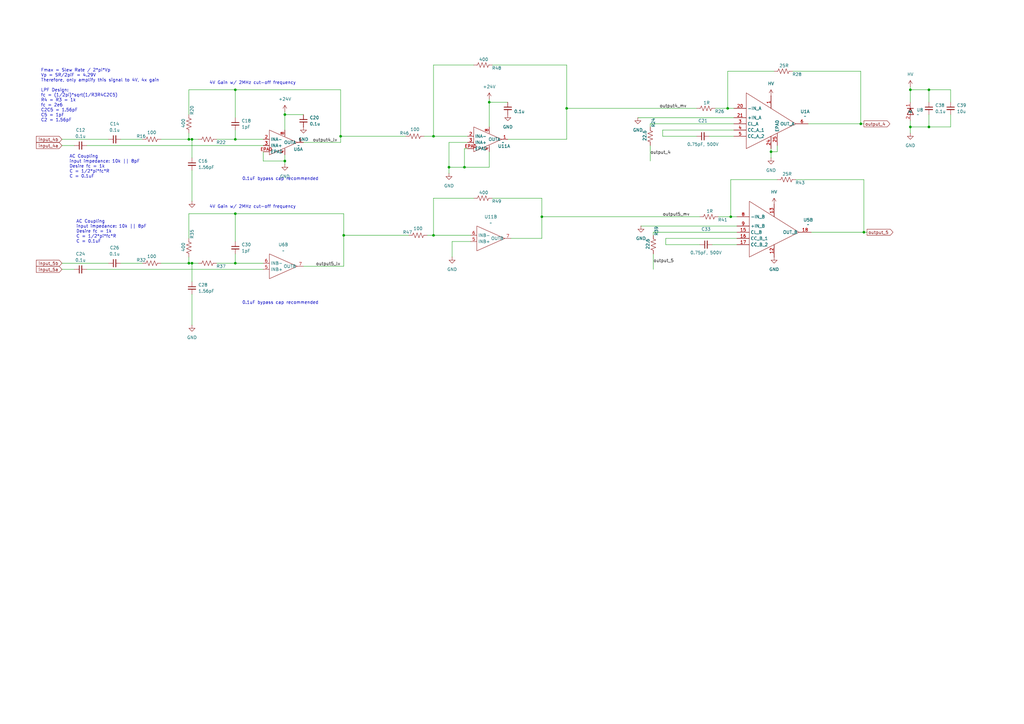
<source format=kicad_sch>
(kicad_sch (version 20231120) (generator "eeschema") (generator_version "8.0")
  (paper "A3")
  (lib_symbols
    (symbol "Device:C_Small" (pin_numbers hide) (pin_names (offset 0.254) hide)
      (property "Reference" "C" (at 0.254 1.778 0))
      (property "Value" "C_Small" (at 0.254 -2.032 0))
      (symbol "C_Small_0_1"
        (polyline (pts (xy -1.524 -0.508) (xy 1.524 -0.508)) (stroke (width 0.3302)))
        (polyline (pts (xy -1.524 0.508) (xy 1.524 0.508)) (stroke (width 0.3048)))
      )
      (symbol "C_Small_1_1"
        (pin passive line (at 0 2.54 270) (length 2.032) (name "~") (number "1"))
        (pin passive line (at 0 -2.54 90) (length 2.032) (name "~") (number "2"))
      )
    )
    (symbol "Device:R_US" (pin_numbers hide) (pin_names (offset 0))
      (property "Reference" "R" (at 2.54 0 90))
      (property "Value" "R_US" (at -2.54 0 90))
      (symbol "R_US_0_1"
        (polyline (pts (xy 0 -2.286) (xy 0 -2.54)))
        (polyline (pts (xy 0 2.286) (xy 0 2.54)))
        (polyline (pts (xy 0 -0.762) (xy 1.016 -1.143) (xy 0 -1.524) (xy -1.016 -1.905) (xy 0 -2.286)))
        (polyline (pts (xy 0 0.762) (xy 1.016 0.381) (xy 0 0) (xy -1.016 -0.381) (xy 0 -0.762)))
        (polyline (pts (xy 0 2.286) (xy 1.016 1.905) (xy 0 1.524) (xy -1.016 1.143) (xy 0 0.762)))
      )
      (symbol "R_US_1_1"
        (pin passive line (at 0 3.81 270) (length 1.27) (name "~") (number "1"))
        (pin passive line (at 0 -3.81 90) (length 1.27) (name "~") (number "2"))
      )
    )
    (symbol "_PHASE:OPA221A_2UNITS"
      (property "Reference" "U" (at -1.016 -1.524 0))
      (symbol "OPA221A_2UNITS_1_1"
        (polyline (pts (xy 0 0) (xy 0 10.16) (xy 11.43 5.08) (xy 0 0)))
        (pin input line (at 13.97 5.08 180) (length 2.54) (name "OUTA") (number "1"))
        (pin input line (at -2.54 6.35 0) (length 2.54) (name "INA-") (number "2"))
        (pin input line (at -2.54 3.81 0) (length 2.54) (name "INA+") (number "3"))
        (pin power_in line (at 6.35 0 90) (length 2.54) (name "") (number "4"))
        (pin power_in line (at 6.35 10.16 270) (length 2.54) (name "") (number "8"))
        (pin power_in line (at -2.54 1.27 0) (length 2.54) (name "EPAD") (number "EPAD"))
      )
      (symbol "OPA221A_2UNITS_2_1"
        (polyline (pts (xy 0 0) (xy 0 10.16) (xy 11.43 5.08) (xy 0 0)))
        (pin input line (at -2.54 3.81 0) (length 2.54) (name "INB+") (number "5"))
        (pin input line (at -2.54 6.35 0) (length 2.54) (name "INB-") (number "6"))
        (pin input line (at 13.97 5.08 180) (length 2.54) (name "OUTB") (number "7"))
      )
    )
    (symbol "_PHASE:PA343"
      (property "Reference" "U" (at 0 0 0))
      (symbol "PA343_1_1"
        (polyline (pts (xy 0 -3.81) (xy 0 19.05) (xy 20.32 6.35) (xy 0 -3.81)))
        (pin passive line (at 10.16 17.78 270) (length 5.08) (name "") (number "1"))
        (pin passive line (at -5.08 -1.27 0) (length 5.08) hide (name "NC_3") (number "10"))
        (pin passive line (at -5.08 -1.27 0) (length 5.08) hide (name "NC_4") (number "11"))
        (pin passive line (at -5.08 -1.27 0) (length 5.08) hide (name "NC_5") (number "14"))
        (pin passive line (at -5.08 -1.27 0) (length 5.08) hide (name "NC_6") (number "19"))
        (pin passive line (at -5.08 -1.27 0) (length 5.08) hide (name "NC_1") (number "2"))
        (pin passive line (at -5.08 12.7 0) (length 5.08) (name "-IN_A") (number "20"))
        (pin passive line (at -5.08 8.89 0) (length 5.08) (name "+IN_A") (number "21"))
        (pin passive line (at -5.08 -1.27 0) (length 5.08) hide (name "NC_7") (number "22"))
        (pin passive line (at -5.08 -1.27 0) (length 5.08) hide (name "NC_8") (number "23"))
        (pin passive line (at 10.16 -3.81 90) (length 5.08) (name "") (number "24"))
        (pin passive line (at 12.7 -2.54 90) (length 5.08) (name "EPAD") (number "25"))
        (pin passive line (at 12.7 -2.54 90) (length 5.08) hide (name "") (number "26"))
        (pin passive line (at 12.7 -2.54 90) (length 5.08) hide (name "") (number "27"))
        (pin passive line (at -5.08 6.35 0) (length 5.08) (name "CL_A") (number "3"))
        (pin passive line (at -5.08 3.81 0) (length 5.08) (name "CC_A_1") (number "4"))
        (pin passive line (at -5.08 1.27 0) (length 5.08) (name "CC_A_2") (number "5"))
        (pin passive line (at 25.4 6.35 180) (length 5.08) (name "OUT_A") (number "6"))
        (pin passive line (at -5.08 -1.27 0) (length 5.08) hide (name "NC_2") (number "7"))
      )
      (symbol "PA343_2_1"
        (polyline (pts (xy 0 3.81) (xy 0 26.67) (xy 20.32 13.97) (xy 0 3.81)))
        (pin passive line (at 10.16 3.81 90) (length 5.08) (name "") (number "12"))
        (pin passive line (at 10.16 25.4 270) (length 5.08) (name "") (number "13"))
        (pin passive line (at -5.08 13.97 0) (length 5.08) (name "CL_B") (number "15"))
        (pin passive line (at -5.08 11.43 0) (length 5.08) (name "CC_B_1") (number "16"))
        (pin passive line (at -5.08 8.89 0) (length 5.08) (name "CC_B_2") (number "17"))
        (pin passive line (at 25.4 13.97 180) (length 5.08) (name "OUT_B") (number "18"))
        (pin passive line (at -5.08 20.32 0) (length 5.08) (name "-IN_B") (number "8"))
        (pin passive line (at -5.08 16.51 0) (length 5.08) (name "+IN_B") (number "9"))
      )
    )
    (symbol "_PHASE:PA343_2Units"
      (property "Reference" "U" (at 0 0 0))
      (symbol "PA343_2Units_1_1"
        (polyline (pts (xy 0 -3.81) (xy 0 19.05) (xy 20.32 6.35) (xy 0 -3.81)))
        (pin passive line (at 10.16 17.78 270) (length 5.08) (name "") (number "1"))
        (pin passive line (at -5.08 -1.27 0) (length 5.08) hide (name "NC_3") (number "10"))
        (pin passive line (at -5.08 -1.27 0) (length 5.08) hide (name "NC_4") (number "11"))
        (pin passive line (at -5.08 -1.27 0) (length 5.08) hide (name "NC_5") (number "14"))
        (pin passive line (at -5.08 -1.27 0) (length 5.08) hide (name "NC_6") (number "19"))
        (pin passive line (at -5.08 -1.27 0) (length 5.08) hide (name "NC_1") (number "2"))
        (pin passive line (at -5.08 12.7 0) (length 5.08) (name "-IN_A") (number "20"))
        (pin passive line (at -5.08 8.89 0) (length 5.08) (name "+IN_A") (number "21"))
        (pin passive line (at -5.08 -1.27 0) (length 5.08) hide (name "NC_7") (number "22"))
        (pin passive line (at -5.08 -1.27 0) (length 5.08) hide (name "NC_8") (number "23"))
        (pin passive line (at 10.16 -3.81 90) (length 5.08) (name "") (number "24"))
        (pin passive line (at 12.7 -2.54 90) (length 5.08) (name "EPAD") (number "25"))
        (pin passive line (at 12.7 -2.54 90) (length 5.08) hide (name "") (number "26"))
        (pin passive line (at 12.7 -2.54 90) (length 5.08) hide (name "") (number "27"))
        (pin passive line (at -5.08 6.35 0) (length 5.08) (name "CL_A") (number "3"))
        (pin passive line (at -5.08 3.81 0) (length 5.08) (name "CC_A_1") (number "4"))
        (pin passive line (at -5.08 1.27 0) (length 5.08) (name "CC_A_2") (number "5"))
        (pin passive line (at 25.4 6.35 180) (length 5.08) (name "OUT_A") (number "6"))
        (pin passive line (at -5.08 -1.27 0) (length 5.08) hide (name "NC_2") (number "7"))
      )
      (symbol "PA343_2Units_2_1"
        (polyline (pts (xy 0 3.81) (xy 0 26.67) (xy 20.32 13.97) (xy 0 3.81)))
        (pin passive line (at 10.16 3.81 90) (length 5.08) (name "") (number "12"))
        (pin passive line (at 10.16 25.4 270) (length 5.08) (name "") (number "13"))
        (pin passive line (at -5.08 13.97 0) (length 5.08) (name "CL_B") (number "15"))
        (pin passive line (at -5.08 11.43 0) (length 5.08) (name "CC_B_1") (number "16"))
        (pin passive line (at -5.08 8.89 0) (length 5.08) (name "CC_B_2") (number "17"))
        (pin passive line (at 25.4 13.97 180) (length 5.08) (name "OUT_B") (number "18"))
        (pin passive line (at -5.08 20.32 0) (length 5.08) (name "-IN_B") (number "8"))
        (pin passive line (at -5.08 16.51 0) (length 5.08) (name "+IN_B") (number "9"))
      )
    )
    (symbol "_PHASE:SMCJ150A-13-F"
      (property "Reference" "U" (at 0 0 0))
      (symbol "SMCJ150A-13-F_0_1"
        (polyline (pts (xy 1.27 3.81) (xy 1.27 1.27)) (stroke (width 0.254)))
        (polyline (pts (xy 3.81 2.54) (xy 1.27 2.54)))
        (polyline (pts (xy 3.81 3.81) (xy 3.81 1.27) (xy 1.27 2.54) (xy 3.81 3.81)) (stroke (width 0.254)))
      )
      (symbol "SMCJ150A-13-F_1_1"
        (pin passive line (at -1.27 2.54 0) (length 2.54) (name "K") (number "1"))
        (pin passive line (at 6.35 2.54 180) (length 2.54) (name "A") (number "2"))
      )
    )
    (symbol "power:+12V" (power) (pin_numbers hide) (pin_names (offset 0) hide)
      (property "Value" "+12V" (at 0 3.556 0))
      (symbol "+12V_0_1"
        (polyline (pts (xy -0.762 1.27) (xy 0 2.54)))
        (polyline (pts (xy 0 0) (xy 0 2.54)))
        (polyline (pts (xy 0 2.54) (xy 0.762 1.27)))
      )
      (symbol "+12V_1_1"
        (pin power_in line (at 0 0 90) (length 0) (name "~") (number "1"))
      )
    )
    (symbol "power:+24V" (power) (pin_numbers hide) (pin_names (offset 0) hide)
      (property "Value" "+24V" (at 0 3.556 0))
      (symbol "+24V_0_1"
        (polyline (pts (xy -0.762 1.27) (xy 0 2.54)))
        (polyline (pts (xy 0 0) (xy 0 2.54)))
        (polyline (pts (xy 0 2.54) (xy 0.762 1.27)))
      )
      (symbol "+24V_1_1"
        (pin power_in line (at 0 0 90) (length 0) (name "~") (number "1"))
      )
    )
    (symbol "power:GND" (power) (pin_numbers hide) (pin_names (offset 0) hide)
      (property "Value" "GND" (at 0 -3.81 0))
      (symbol "GND_0_1"
        (polyline (pts (xy 0 0) (xy 0 -1.27) (xy 1.27 -1.27) (xy 0 -2.54) (xy -1.27 -1.27) (xy 0 -1.27)))
      )
      (symbol "GND_1_1"
        (pin power_in line (at 0 0 270) (length 0) (name "~") (number "1"))
      )
    )
  )
  (junction (at 222.25 88.9))
  (junction (at 78.74 107.95))
  (junction (at 353.06 50.8))
  (junction (at 299.72 88.9))
  (junction (at 78.74 57.15))
  (junction (at 190.5 68.58))
  (junction (at 177.8 96.52))
  (junction (at 139.7 55.88))
  (junction (at 381 36.83))
  (junction (at 298.45 44.45))
  (junction (at 96.52 107.95))
  (junction (at 373.38 36.83))
  (junction (at 116.84 66.04))
  (junction (at 77.47 107.95))
  (junction (at 96.52 57.15))
  (junction (at 96.52 36.83))
  (junction (at 77.47 57.15))
  (junction (at 232.41 44.45))
  (junction (at 381 52.07))
  (junction (at 96.52 87.63))
  (junction (at 200.66 41.91))
  (junction (at 116.84 46.99))
  (junction (at 373.38 52.07))
  (junction (at 184.15 68.58))
  (junction (at 177.8 55.88))
  (junction (at 354.33 95.25))
  (junction (at 140.97 96.52))
  (junction (at 316.23 62.23))
  (wire (pts (xy 77.47 36.83) (xy 96.52 36.83)))
  (wire (pts (xy 381 36.83) (xy 373.38 36.83)))
  (wire (pts (xy 232.41 44.45) (xy 232.41 57.15)))
  (wire (pts (xy 332.74 95.25) (xy 354.33 95.25)))
  (wire (pts (xy 77.47 87.63) (xy 77.47 97.79)))
  (wire (pts (xy 222.25 88.9) (xy 222.25 97.79)))
  (wire (pts (xy 193.04 96.52) (xy 177.8 96.52)))
  (wire (pts (xy 78.74 69.85) (xy 78.74 82.55)))
  (wire (pts (xy 66.04 107.95) (xy 77.47 107.95)))
  (wire (pts (xy 177.8 81.28) (xy 177.8 96.52)))
  (wire (pts (xy 294.64 88.9) (xy 299.72 88.9)))
  (wire (pts (xy 194.31 26.67) (xy 177.8 26.67)))
  (wire (pts (xy 190.5 60.96) (xy 190.5 68.58)))
  (wire (pts (xy 116.84 46.99) (xy 116.84 53.34)))
  (wire (pts (xy 116.84 45.72) (xy 116.84 46.99)))
  (wire (pts (xy 316.23 64.77) (xy 316.23 62.23)))
  (wire (pts (xy 317.5 29.21) (xy 298.45 29.21)))
  (wire (pts (xy 381 46.99) (xy 381 52.07)))
  (wire (pts (xy 353.06 50.8) (xy 354.33 50.8)))
  (wire (pts (xy 293.37 44.45) (xy 298.45 44.45)))
  (wire (pts (xy 177.8 96.52) (xy 175.26 96.52)))
  (wire (pts (xy 184.15 68.58) (xy 184.15 71.12)))
  (wire (pts (xy 209.55 97.79) (xy 222.25 97.79)))
  (wire (pts (xy 201.93 26.67) (xy 232.41 26.67)))
  (wire (pts (xy 389.89 36.83) (xy 381 36.83)))
  (wire (pts (xy 35.56 110.49) (xy 107.95 110.49)))
  (wire (pts (xy 78.74 107.95) (xy 78.74 115.57)))
  (wire (pts (xy 124.46 109.22) (xy 140.97 109.22)))
  (wire (pts (xy 96.52 87.63) (xy 96.52 99.06)))
  (wire (pts (xy 116.84 66.04) (xy 116.84 67.31)))
  (wire (pts (xy 190.5 68.58) (xy 200.66 68.58)))
  (wire (pts (xy 193.04 99.06) (xy 185.42 99.06)))
  (wire (pts (xy 316.23 62.23) (xy 316.23 60.96)))
  (wire (pts (xy 273.05 100.33) (xy 273.05 97.79)))
  (wire (pts (xy 184.15 68.58) (xy 190.5 68.58)))
  (wire (pts (xy 191.77 60.96) (xy 190.5 60.96)))
  (wire (pts (xy 266.7 50.8) (xy 266.7 52.07)))
  (wire (pts (xy 201.93 81.28) (xy 222.25 81.28)))
  (wire (pts (xy 373.38 52.07) (xy 373.38 54.61)))
  (wire (pts (xy 49.53 107.95) (xy 58.42 107.95)))
  (wire (pts (xy 77.47 87.63) (xy 96.52 87.63)))
  (wire (pts (xy 266.7 59.69) (xy 266.7 66.04)))
  (wire (pts (xy 262.89 92.71) (xy 302.26 92.71)))
  (wire (pts (xy 232.41 44.45) (xy 285.75 44.45)))
  (wire (pts (xy 325.12 29.21) (xy 353.06 29.21)))
  (wire (pts (xy 96.52 53.34) (xy 96.52 57.15)))
  (wire (pts (xy 177.8 26.67) (xy 177.8 55.88)))
  (wire (pts (xy 373.38 36.83) (xy 373.38 41.91)))
  (wire (pts (xy 389.89 52.07) (xy 381 52.07)))
  (wire (pts (xy 77.47 107.95) (xy 78.74 107.95)))
  (wire (pts (xy 107.95 57.15) (xy 96.52 57.15)))
  (wire (pts (xy 107.95 62.23) (xy 107.95 66.04)))
  (wire (pts (xy 77.47 105.41) (xy 77.47 107.95)))
  (wire (pts (xy 232.41 26.67) (xy 232.41 44.45)))
  (wire (pts (xy 381 52.07) (xy 373.38 52.07)))
  (wire (pts (xy 298.45 29.21) (xy 298.45 44.45)))
  (wire (pts (xy 318.77 73.66) (xy 299.72 73.66)))
  (wire (pts (xy 267.97 95.25) (xy 267.97 96.52)))
  (wire (pts (xy 191.77 58.42) (xy 184.15 58.42)))
  (wire (pts (xy 326.39 73.66) (xy 354.33 73.66)))
  (wire (pts (xy 35.56 59.69) (xy 107.95 59.69)))
  (wire (pts (xy 299.72 73.66) (xy 299.72 88.9)))
  (wire (pts (xy 96.52 107.95) (xy 88.9 107.95)))
  (wire (pts (xy 194.31 81.28) (xy 177.8 81.28)))
  (wire (pts (xy 271.78 53.34) (xy 300.99 53.34)))
  (wire (pts (xy 116.84 63.5) (xy 116.84 66.04)))
  (wire (pts (xy 96.52 104.14) (xy 96.52 107.95)))
  (wire (pts (xy 271.78 55.88) (xy 271.78 53.34)))
  (wire (pts (xy 353.06 50.8) (xy 353.06 29.21)))
  (wire (pts (xy 124.46 58.42) (xy 139.7 58.42)))
  (wire (pts (xy 354.33 95.25) (xy 355.6 95.25)))
  (wire (pts (xy 140.97 96.52) (xy 167.64 96.52)))
  (wire (pts (xy 25.4 107.95) (xy 44.45 107.95)))
  (wire (pts (xy 331.47 50.8) (xy 353.06 50.8)))
  (wire (pts (xy 25.4 59.69) (xy 30.48 59.69)))
  (wire (pts (xy 200.66 41.91) (xy 200.66 52.07)))
  (wire (pts (xy 184.15 58.42) (xy 184.15 68.58)))
  (wire (pts (xy 96.52 57.15) (xy 88.9 57.15)))
  (wire (pts (xy 77.47 54.61) (xy 77.47 57.15)))
  (wire (pts (xy 96.52 87.63) (xy 140.97 87.63)))
  (wire (pts (xy 285.75 55.88) (xy 271.78 55.88)))
  (wire (pts (xy 116.84 46.99) (xy 124.46 46.99)))
  (wire (pts (xy 25.4 57.15) (xy 44.45 57.15)))
  (wire (pts (xy 389.89 41.91) (xy 389.89 36.83)))
  (wire (pts (xy 222.25 81.28) (xy 222.25 88.9)))
  (wire (pts (xy 267.97 95.25) (xy 302.26 95.25)))
  (wire (pts (xy 140.97 87.63) (xy 140.97 96.52)))
  (wire (pts (xy 78.74 57.15) (xy 78.74 64.77)))
  (wire (pts (xy 139.7 55.88) (xy 166.37 55.88)))
  (wire (pts (xy 78.74 120.65) (xy 78.74 133.35)))
  (wire (pts (xy 261.62 48.26) (xy 300.99 48.26)))
  (wire (pts (xy 267.97 104.14) (xy 267.97 110.49)))
  (wire (pts (xy 299.72 88.9) (xy 302.26 88.9)))
  (wire (pts (xy 96.52 36.83) (xy 96.52 48.26)))
  (wire (pts (xy 25.4 110.49) (xy 30.48 110.49)))
  (wire (pts (xy 78.74 107.95) (xy 81.28 107.95)))
  (wire (pts (xy 292.1 100.33) (xy 302.26 100.33)))
  (wire (pts (xy 49.53 57.15) (xy 58.42 57.15)))
  (wire (pts (xy 316.23 62.23) (xy 318.77 62.23)))
  (wire (pts (xy 373.38 49.53) (xy 373.38 52.07)))
  (wire (pts (xy 77.47 57.15) (xy 78.74 57.15)))
  (wire (pts (xy 96.52 36.83) (xy 139.7 36.83)))
  (wire (pts (xy 298.45 44.45) (xy 300.99 44.45)))
  (wire (pts (xy 222.25 88.9) (xy 287.02 88.9)))
  (wire (pts (xy 273.05 97.79) (xy 302.26 97.79)))
  (wire (pts (xy 389.89 46.99) (xy 389.89 52.07)))
  (wire (pts (xy 381 41.91) (xy 381 36.83)))
  (wire (pts (xy 140.97 96.52) (xy 140.97 109.22)))
  (wire (pts (xy 200.66 40.64) (xy 200.66 41.91)))
  (wire (pts (xy 107.95 66.04) (xy 116.84 66.04)))
  (wire (pts (xy 208.28 57.15) (xy 232.41 57.15)))
  (wire (pts (xy 200.66 41.91) (xy 208.28 41.91)))
  (wire (pts (xy 177.8 55.88) (xy 191.77 55.88)))
  (wire (pts (xy 107.95 107.95) (xy 96.52 107.95)))
  (wire (pts (xy 373.38 35.56) (xy 373.38 36.83)))
  (wire (pts (xy 173.99 55.88) (xy 177.8 55.88)))
  (wire (pts (xy 290.83 55.88) (xy 300.99 55.88)))
  (wire (pts (xy 66.04 57.15) (xy 77.47 57.15)))
  (wire (pts (xy 139.7 36.83) (xy 139.7 55.88)))
  (wire (pts (xy 139.7 55.88) (xy 139.7 58.42)))
  (wire (pts (xy 78.74 57.15) (xy 81.28 57.15)))
  (wire (pts (xy 77.47 36.83) (xy 77.47 46.99)))
  (wire (pts (xy 266.7 50.8) (xy 300.99 50.8)))
  (wire (pts (xy 354.33 95.25) (xy 354.33 73.66)))
  (wire (pts (xy 318.77 59.69) (xy 318.77 62.23)))
  (wire (pts (xy 200.66 68.58) (xy 200.66 62.23)))
  (wire (pts (xy 287.02 100.33) (xy 273.05 100.33)))
  (wire (pts (xy 185.42 99.06) (xy 185.42 105.41)))
  (text "AC Coupling\ninput impedance: 10k || 8pF\nDesire fc = 1k\nC = 1/2*pi*fc*R\nC = 0.1uF" (at 31.242 94.996 0) (effects (font (size 1.27 1.27)) (justify left)))
  (text "0.1uF bypass cap recommended\n" (at 99.314 124.206 0) (effects (font (size 1.27 1.27)) (justify left)))
  (text "AC Coupling\ninput impedance: 10k || 8pF\nDesire fc = 1k\nC = 1/2*pi*fc*R\nC = 0.1uF" (at 28.448 68.326 0) (effects (font (size 1.27 1.27)) (justify left)))
  (text "4V Gain w/ 2MHz cut-off frequency" (at 85.852 34.036 0) (effects (font (size 1.27 1.27)) (justify left)))
  (text "Fmax = Slew Rate / 2*pi*Vp\nVp = SR/2piF = 4.29V\nTherefore, only amplify this signal to 4V, 4x gain\n\nLPF Design:\nfc = (1/2pi)*sqrt(1/R3R4C2C5)\nR4 = R3 = 1k\nfc = 2e6\nC2C5 = 1.56pF\nC5 = 1pF\nC2 = 1.56pF\n" (at 16.764 39.116 0) (effects (font (size 1.27 1.27)) (justify left)))
  (text "4V Gain w/ 2MHz cut-off frequency" (at 85.852 84.836 0) (effects (font (size 1.27 1.27)) (justify left)))
  (text "0.1uF bypass cap recommended\n" (at 99.314 73.406 0) (effects (font (size 1.27 1.27)) (justify left)))
  (label "output4_lv" (at 128.27 58.42 0))
  (label "output4_mv" (at 270.51 44.45 0))
  (label "output_4" (at 266.7 63.5 0))
  (label "output5_lv" (at 129.54 109.22 0))
  (label "output5_mv" (at 271.78 88.9 0))
  (label "output_5" (at 267.97 107.95 0))
  (global_label "input_5a" (shape input) (at 25.4 110.49 180) (property "Intersheetrefs" "${INTERSHEET_REFS}" (effects (hide yes))))
  (global_label "input_4b" (shape input) (at 25.4 57.15 180) (property "Intersheetrefs" "${INTERSHEET_REFS}" (effects (hide yes))))
  (global_label "output_5" (shape output) (at 355.6 95.25 0) (property "Intersheetrefs" "${INTERSHEET_REFS}" (effects (hide yes))))
  (global_label "input_4a" (shape input) (at 25.4 59.69 180) (property "Intersheetrefs" "${INTERSHEET_REFS}" (effects (hide yes))))
  (global_label "input_5b" (shape input) (at 25.4 107.95 180) (property "Intersheetrefs" "${INTERSHEET_REFS}" (effects (hide yes))))
  (global_label "output_4" (shape output) (at 354.33 50.8 0) (property "Intersheetrefs" "${INTERSHEET_REFS}" (effects (hide yes))))
  (symbol (lib_id "Device:R_US") (at 267.97 100.33 0) (unit 1)
    (property "Reference" "R39" (at 269.24 94.742 90))
    (property "Value" "22.6" (at 265.684 100.076 90))
    (property "Footprint" "Resistor_SMD:R_0603_1608Metric" (effects (hide yes)))
    (property "Description" "Resistor, US symbol" (effects (hide yes)))
  )
  (symbol (lib_id "Device:C_Small") (at 78.74 67.31 0) (unit 1)
    (property "Reference" "C16" (at 81.28 66.0462 0) (effects (justify left)))
    (property "Value" "1.56pF" (at 81.28 68.5862 0) (effects (justify left)))
    (property "Footprint" "Capacitor_SMD:C_0603_1608Metric" (effects (hide yes)))
    (property "Description" "Unpolarized capacitor, small symbol" (effects (hide yes)))
  )
  (symbol (lib_id "Device:C_Small") (at 208.28 44.45 0) (unit 1)
    (property "Reference" "C42" (effects (hide yes)))
    (property "Value" "0.1u" (at 210.82 45.7262 0) (effects (justify left)))
    (property "Footprint" "Capacitor_SMD:C_0603_1608Metric" (effects (hide yes)))
    (property "Description" "Unpolarized capacitor, small symbol" (effects (hide yes)))
  )
  (symbol (lib_id "power:GND") (at 317.5 105.41 0) (unit 1)
    (property "Reference" "#PWR056" (effects (hide yes)))
    (property "Value" "GND" (at 317.5 110.49 0))
    (property "Description" "Power symbol creates a global label with name \"GND\" , ground" (effects (hide yes)))
  )
  (symbol (lib_id "Device:R_US") (at 171.45 96.52 270) (unit 1)
    (property "Reference" "R47" (at 167.132 95.25 90))
    (property "Value" "100" (at 171.45 93.726 90))
    (property "Footprint" "Resistor_SMD:R_0603_1608Metric" (effects (hide yes)))
    (property "Description" "Resistor, US symbol" (effects (hide yes)))
  )
  (symbol (lib_id "power:+12V") (at 316.23 39.37 0) (unit 1)
    (property "Reference" "#PWR053" (effects (hide yes)))
    (property "Value" "HV" (at 316.23 34.29 0))
    (property "Description" "Power symbol creates a global label with name \"+12V\"" (effects (hide yes)))
  )
  (symbol (lib_id "power:GND") (at 78.74 82.55 0) (unit 1)
    (property "Reference" "#PWR029" (effects (hide yes)))
    (property "Value" "GND" (effects (hide yes)))
    (property "Description" "Power symbol creates a global label with name \"GND\" , ground" (effects (hide yes)))
  )
  (symbol (lib_id "power:GND") (at 373.38 54.61 0) (unit 1)
    (property "Reference" "#PWR043" (effects (hide yes)))
    (property "Value" "GND" (at 373.38 59.69 0))
    (property "Description" "Power symbol creates a global label with name \"GND\" , ground" (effects (hide yes)))
  )
  (symbol (lib_id "Device:R_US") (at 266.7 55.88 0) (unit 1)
    (property "Reference" "R24" (at 267.97 50.292 90))
    (property "Value" "22.6" (at 264.414 55.626 90))
    (property "Footprint" "Resistor_SMD:R_0603_1608Metric" (effects (hide yes)))
    (property "Description" "Resistor, US symbol" (effects (hide yes)))
  )
  (symbol (lib_id "_PHASE:OPA221A_2UNITS") (at 195.58 102.87 0) (unit 2)
    (property "Reference" "U11" (at 201.295 88.9 0))
    (property "Value" "~" (at 201.295 91.44 0))
    (property "Footprint" "726_footprints:OPA2211AIDDAR_L" (effects (hide yes)))
  )
  (symbol (lib_id "_PHASE:OPA221A_2UNITS") (at 110.49 63.5 0) (unit 1)
    (property "Reference" "U6" (at 120.396 61.214 0) (effects (justify left)))
    (property "Value" "~" (at 121.92 59.69 0) (effects (justify left)))
    (property "Footprint" "726_footprints:OPA2211AIDDAR_L" (effects (hide yes)))
  )
  (symbol (lib_id "power:+24V") (at 200.66 40.64 0) (unit 1)
    (property "Reference" "#PWR063" (effects (hide yes)))
    (property "Value" "+24V" (at 200.66 35.56 0))
    (property "Description" "Power symbol creates a global label with name \"+24V\"" (effects (hide yes)))
  )
  (symbol (lib_id "Device:C_Small") (at 288.29 55.88 90) (unit 1)
    (property "Reference" "C21" (at 288.2963 49.53 90))
    (property "Value" "0.75pF, 500V" (at 288.29 59.182 90))
    (property "Footprint" "Capacitor_SMD:C_0805_2012Metric" (effects (hide yes)))
    (property "Description" "Unpolarized capacitor, small symbol" (effects (hide yes)))
  )
  (symbol (lib_id "Device:R_US") (at 290.83 88.9 270) (unit 1)
    (property "Reference" "R41" (at 296.418 90.17 90))
    (property "Value" "1R" (at 291.084 86.614 90))
    (property "Footprint" "Resistor_SMD:R_0603_1608Metric" (effects (hide yes)))
    (property "Description" "Resistor, US symbol" (effects (hide yes)))
  )
  (symbol (lib_id "Device:C_Small") (at 289.56 100.33 90) (unit 1)
    (property "Reference" "C33" (at 289.5663 93.98 90))
    (property "Value" "0.75pF, 500V" (at 289.56 103.632 90))
    (property "Footprint" "Capacitor_SMD:C_0805_2012Metric" (effects (hide yes)))
    (property "Description" "Unpolarized capacitor, small symbol" (effects (hide yes)))
  )
  (symbol (lib_id "Device:C_Small") (at 381 44.45 0) (unit 1)
    (property "Reference" "C38" (at 383.54 43.1862 0) (effects (justify left)))
    (property "Value" "0.1u" (at 383.54 45.7262 0) (effects (justify left)))
    (property "Footprint" "Capacitor_SMD:C_0603_1608Metric" (effects (hide yes)))
    (property "Description" "Unpolarized capacitor, small symbol" (effects (hide yes)))
  )
  (symbol (lib_id "Device:C_Small") (at 96.52 101.6 0) (unit 1)
    (property "Reference" "C30" (at 99.06 100.3362 0) (effects (justify left)))
    (property "Value" "1pF" (at 99.06 102.8762 0) (effects (justify left)))
    (property "Footprint" "Capacitor_SMD:C_0603_1608Metric" (effects (hide yes)))
    (property "Description" "Unpolarized capacitor, small symbol" (effects (hide yes)))
  )
  (symbol (lib_id "Device:R_US") (at 85.09 57.15 270) (unit 1)
    (property "Reference" "R22" (at 90.678 58.42 90))
    (property "Value" "R_US" (effects (hide yes)))
    (property "Footprint" "Resistor_SMD:R_0603_1608Metric" (effects (hide yes)))
    (property "Description" "Resistor, US symbol" (effects (hide yes)))
  )
  (symbol (lib_id "Device:R_US") (at 322.58 73.66 270) (unit 1)
    (property "Reference" "R43" (at 328.168 74.93 90))
    (property "Value" "25R" (at 322.834 71.374 90))
    (property "Footprint" "Resistor_SMD:R_0603_1608Metric" (effects (hide yes)))
    (property "Description" "Resistor, US symbol" (effects (hide yes)))
  )
  (symbol (lib_id "_PHASE:OPA221A_2UNITS") (at 194.31 62.23 0) (unit 1)
    (property "Reference" "U11" (at 204.216 59.944 0) (effects (justify left)))
    (property "Value" "~" (at 205.74 58.42 0) (effects (justify left)))
    (property "Footprint" "726_footprints:OPA2211AIDDAR_L" (effects (hide yes)))
  )
  (symbol (lib_id "power:GND") (at 261.62 48.26 0) (unit 1)
    (property "Reference" "#PWR034" (effects (hide yes)))
    (property "Value" "GND" (at 261.62 53.34 0))
    (property "Description" "Power symbol creates a global label with name \"GND\" , ground" (effects (hide yes)))
  )
  (symbol (lib_id "power:GND") (at 262.89 92.71 0) (unit 1)
    (property "Reference" "#PWR050" (effects (hide yes)))
    (property "Value" "GND" (at 262.89 97.79 0))
    (property "Description" "Power symbol creates a global label with name \"GND\" , ground" (effects (hide yes)))
  )
  (symbol (lib_id "power:GND") (at 116.84 67.31 0) (unit 1)
    (property "Reference" "#PWR032" (effects (hide yes)))
    (property "Value" "GND" (at 116.84 72.39 0))
    (property "Description" "Power symbol creates a global label with name \"GND\" , ground" (effects (hide yes)))
  )
  (symbol (lib_id "power:+24V") (at 116.84 45.72 0) (unit 1)
    (property "Reference" "#PWR046" (effects (hide yes)))
    (property "Value" "+24V" (at 116.84 40.64 0))
    (property "Description" "Power symbol creates a global label with name \"+24V\"" (effects (hide yes)))
  )
  (symbol (lib_id "_PHASE:PA343_2Units") (at 307.34 109.22 0) (unit 2)
    (property "Reference" "U5" (at 331.47 90.2014 0))
    (property "Value" "~" (at 331.47 92.1065 0))
    (property "Footprint" "726_footprints:PA341DF" (effects (hide yes)))
  )
  (symbol (lib_id "Device:C_Small") (at 389.89 44.45 0) (unit 1)
    (property "Reference" "C39" (at 392.43 43.1862 0) (effects (justify left)))
    (property "Value" "10u" (at 392.43 45.7262 0) (effects (justify left)))
    (property "Footprint" "Capacitor_SMD:C_0603_1608Metric" (effects (hide yes)))
    (property "Description" "Unpolarized capacitor, small symbol" (effects (hide yes)))
  )
  (symbol (lib_id "Device:R_US") (at 170.18 55.88 270) (unit 1)
    (property "Reference" "R46" (at 165.862 54.61 90))
    (property "Value" "100" (at 170.18 53.086 90))
    (property "Footprint" "Resistor_SMD:R_0603_1608Metric" (effects (hide yes)))
    (property "Description" "Resistor, US symbol" (effects (hide yes)))
  )
  (symbol (lib_id "Device:C_Small") (at 96.52 50.8 0) (unit 1)
    (property "Reference" "C18" (at 99.06 49.5362 0) (effects (justify left)))
    (property "Value" "1pF" (at 99.06 52.0762 0) (effects (justify left)))
    (property "Footprint" "Capacitor_SMD:C_0603_1608Metric" (effects (hide yes)))
    (property "Description" "Unpolarized capacitor, small symbol" (effects (hide yes)))
  )
  (symbol (lib_id "Device:R_US") (at 77.47 50.8 0) (unit 1)
    (property "Reference" "R20" (at 78.74 45.212 90))
    (property "Value" "400" (at 75.184 50.546 90))
    (property "Footprint" "Resistor_SMD:R_0603_1608Metric" (effects (hide yes)))
    (property "Description" "Resistor, US symbol" (effects (hide yes)))
  )
  (symbol (lib_id "Device:C_Small") (at 46.99 107.95 90) (unit 1)
    (property "Reference" "C26" (at 46.9963 101.6 90))
    (property "Value" "0.1u" (at 46.9963 104.14 90))
    (property "Footprint" "Capacitor_SMD:C_0603_1608Metric" (effects (hide yes)))
    (property "Description" "Unpolarized capacitor, small symbol" (effects (hide yes)))
  )
  (symbol (lib_id "_PHASE:PA343") (at 306.07 57.15 0) (unit 1)
    (property "Reference" "U1" (at 330.2 45.7514 0))
    (property "Value" "~" (at 330.2 47.6565 0))
    (property "Footprint" "726_footprints:PA341DF" (effects (hide yes)))
  )
  (symbol (lib_id "Device:R_US") (at 321.31 29.21 270) (unit 1)
    (property "Reference" "R28" (at 326.898 30.48 90))
    (property "Value" "25R" (at 321.564 26.924 90))
    (property "Footprint" "Resistor_SMD:R_0603_1608Metric" (effects (hide yes)))
    (property "Description" "Resistor, US symbol" (effects (hide yes)))
  )
  (symbol (lib_id "power:GND") (at 124.46 52.07 0) (unit 1)
    (property "Reference" "#PWR033" (effects (hide yes)))
    (property "Value" "GND" (at 124.46 57.15 0))
    (property "Description" "Power symbol creates a global label with name \"GND\" , ground" (effects (hide yes)))
  )
  (symbol (lib_id "Device:R_US") (at 198.12 26.67 270) (unit 1)
    (property "Reference" "R48" (at 203.708 27.94 90))
    (property "Value" "400" (at 198.374 24.384 90))
    (property "Footprint" "Resistor_SMD:R_0603_1608Metric" (effects (hide yes)))
    (property "Description" "Resistor, US symbol" (effects (hide yes)))
  )
  (symbol (lib_id "Device:R_US") (at 77.47 101.6 0) (unit 1)
    (property "Reference" "R35" (at 78.74 96.012 90))
    (property "Value" "400" (at 75.184 101.346 90))
    (property "Footprint" "Resistor_SMD:R_0603_1608Metric" (effects (hide yes)))
    (property "Description" "Resistor, US symbol" (effects (hide yes)))
  )
  (symbol (lib_id "Device:R_US") (at 62.23 57.15 270) (unit 1)
    (property "Reference" "R16" (at 57.912 55.88 90))
    (property "Value" "100" (at 62.23 54.356 90))
    (property "Footprint" "Resistor_SMD:R_0603_1608Metric" (effects (hide yes)))
    (property "Description" "Resistor, US symbol" (effects (hide yes)))
  )
  (symbol (lib_id "Device:C_Small") (at 46.99 57.15 90) (unit 1)
    (property "Reference" "C14" (at 46.9963 50.8 90))
    (property "Value" "0.1u" (at 46.9963 53.34 90))
    (property "Footprint" "Capacitor_SMD:C_0603_1608Metric" (effects (hide yes)))
    (property "Description" "Unpolarized capacitor, small symbol" (effects (hide yes)))
  )
  (symbol (lib_id "Device:R_US") (at 198.12 81.28 270) (unit 1)
    (property "Reference" "R49" (at 203.708 82.55 90))
    (property "Value" "400" (at 198.374 78.994 90))
    (property "Footprint" "Resistor_SMD:R_0603_1608Metric" (effects (hide yes)))
    (property "Description" "Resistor, US symbol" (effects (hide yes)))
  )
  (symbol (lib_id "Device:R_US") (at 62.23 107.95 270) (unit 1)
    (property "Reference" "R32" (at 57.912 106.68 90))
    (property "Value" "100" (at 62.23 105.156 90))
    (property "Footprint" "Resistor_SMD:R_0603_1608Metric" (effects (hide yes)))
    (property "Description" "Resistor, US symbol" (effects (hide yes)))
  )
  (symbol (lib_id "Device:R_US") (at 289.56 44.45 270) (unit 1)
    (property "Reference" "R26" (at 295.148 45.72 90))
    (property "Value" "1R" (at 289.814 42.164 90))
    (property "Footprint" "Resistor_SMD:R_0603_1608Metric" (effects (hide yes)))
    (property "Description" "Resistor, US symbol" (effects (hide yes)))
  )
  (symbol (lib_id "Device:C_Small") (at 33.02 59.69 90) (unit 1)
    (property "Reference" "C12" (at 33.0263 53.34 90))
    (property "Value" "0.1u" (at 33.0263 55.88 90))
    (property "Footprint" "Capacitor_SMD:C_0603_1608Metric" (effects (hide yes)))
    (property "Description" "Unpolarized capacitor, small symbol" (effects (hide yes)))
  )
  (symbol (lib_id "Device:R_US") (at 85.09 107.95 270) (unit 1)
    (property "Reference" "R37" (at 90.678 109.22 90))
    (property "Value" "R_US" (effects (hide yes)))
    (property "Footprint" "Resistor_SMD:R_0603_1608Metric" (effects (hide yes)))
    (property "Description" "Resistor, US symbol" (effects (hide yes)))
  )
  (symbol (lib_id "power:GND") (at 208.28 46.99 0) (unit 1)
    (property "Reference" "#PWR064" (effects (hide yes)))
    (property "Value" "GND" (at 208.28 52.07 0))
    (property "Description" "Power symbol creates a global label with name \"GND\" , ground" (effects (hide yes)))
  )
  (symbol (lib_id "Device:C_Small") (at 78.74 118.11 0) (unit 1)
    (property "Reference" "C28" (at 81.28 116.8462 0) (effects (justify left)))
    (property "Value" "1.56pF" (at 81.28 119.3862 0) (effects (justify left)))
    (property "Footprint" "Capacitor_SMD:C_0603_1608Metric" (effects (hide yes)))
    (property "Description" "Unpolarized capacitor, small symbol" (effects (hide yes)))
  )
  (symbol (lib_id "power:+12V") (at 317.5 83.82 0) (unit 1)
    (property "Reference" "#PWR055" (effects (hide yes)))
    (property "Value" "HV" (at 317.5 78.74 0))
    (property "Description" "Power symbol creates a global label with name \"+12V\"" (effects (hide yes)))
  )
  (symbol (lib_id "power:GND") (at 78.74 133.35 0) (unit 1)
    (property "Reference" "#PWR045" (effects (hide yes)))
    (property "Value" "GND" (at 78.74 138.43 0))
    (property "Description" "Power symbol creates a global label with name \"GND\" , ground" (effects (hide yes)))
  )
  (symbol (lib_id "Device:C_Small") (at 33.02 110.49 90) (unit 1)
    (property "Reference" "C24" (at 33.0263 104.14 90))
    (property "Value" "0.1u" (at 33.0263 106.68 90))
    (property "Footprint" "Capacitor_SMD:C_0603_1608Metric" (effects (hide yes)))
    (property "Description" "Unpolarized capacitor, small symbol" (effects (hide yes)))
  )
  (symbol (lib_id "_PHASE:SMCJ150A-13-F") (at 370.84 43.18 270) (unit 1)
    (property "Reference" "U8" (at 375.92 45.0849 90) (effects (justify left)))
    (property "Value" "~" (at 375.92 46.99 90) (effects (justify left)))
    (property "Footprint" "726_footprints:SMCJ150A-13-F" (effects (hide yes)))
  )
  (symbol (lib_id "power:GND") (at 316.23 64.77 0) (unit 1)
    (property "Reference" "#PWR039" (effects (hide yes)))
    (property "Value" "GND" (at 316.23 69.85 0))
    (property "Description" "Power symbol creates a global label with name \"GND\" , ground" (effects (hide yes)))
  )
  (symbol (lib_id "power:+12V") (at 373.38 35.56 0) (unit 1)
    (property "Reference" "#PWR042" (effects (hide yes)))
    (property "Value" "HV" (at 373.38 30.48 0))
    (property "Description" "Power symbol creates a global label with name \"+12V\"" (effects (hide yes)))
  )
  (symbol (lib_id "power:GND") (at 184.15 71.12 0) (unit 1)
    (property "Reference" "#PWR061" (effects (hide yes)))
    (property "Value" "GND" (at 184.15 76.2 0))
    (property "Description" "Power symbol creates a global label with name \"GND\" , ground" (effects (hide yes)))
  )
  (symbol (lib_id "_PHASE:OPA221A_2UNITS") (at 110.49 114.3 0) (unit 2)
    (property "Reference" "U6" (at 116.205 100.33 0))
    (property "Value" "~" (at 116.205 102.87 0))
    (property "Footprint" "726_footprints:OPA2211AIDDAR_L" (effects (hide yes)))
  )
  (symbol (lib_id "power:GND") (at 185.42 105.41 0) (unit 1)
    (property "Reference" "#PWR062" (effects (hide yes)))
    (property "Value" "GND" (at 185.42 110.49 0))
    (property "Description" "Power symbol creates a global label with name \"GND\" , ground" (effects (hide yes)))
  )
  (symbol (lib_id "Device:C_Small") (at 124.46 49.53 0) (unit 1)
    (property "Reference" "C20" (at 127 48.2662 0) (effects (justify left)))
    (property "Value" "0.1u" (at 127 50.8062 0) (effects (justify left)))
    (property "Footprint" "Capacitor_SMD:C_0603_1608Metric" (effects (hide yes)))
    (property "Description" "Unpolarized capacitor, small symbol" (effects (hide yes)))
  )
)
</source>
